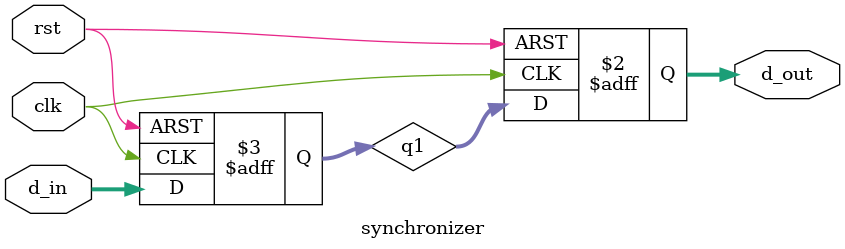
<source format=sv>

/*
 
*/

 module synchronizer(
	input logic clk,rst,
   	input logic [9:0]d_in, //used for passing gray pointer value wptr gray or rptr gray for synchronization process. 
   	output logic [9:0]d_out //used for passing synchronized gray pointer value wptr gray sync or rptr gray sync.
	); 
	
   logic [9:0]q1;
	
	always_ff@(posedge clk or posedge rst) begin
		if(rst) begin //if reset set incoming ptr values to 0.
			q1 <= 0;
			d_out <= 0;
		end
		else begin
			q1 <= d_in;   // if no reset set the incoming gray ptr value as 1st FF output and then 2nd FF output for synchronization. 
			d_out <= q1; 
		end
	end
	
endmodule
</source>
